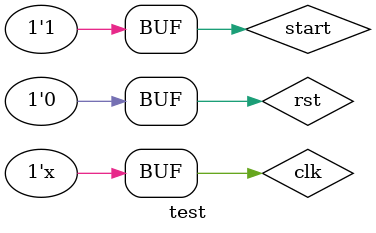
<source format=v>
`timescale 1ns / 1ps

module test();
    wire Done;
    reg clk,rst,start;
    wire [31:0] sum_out;
    
    initial begin
        clk <= 0;
        start <= 1;
        rst <= 0;
    end
    
    autooperate
        a1(clk,rst,start,Done,sum_out);
        
    always begin
        #10 clk = ~clk;
    end
    
endmodule

</source>
